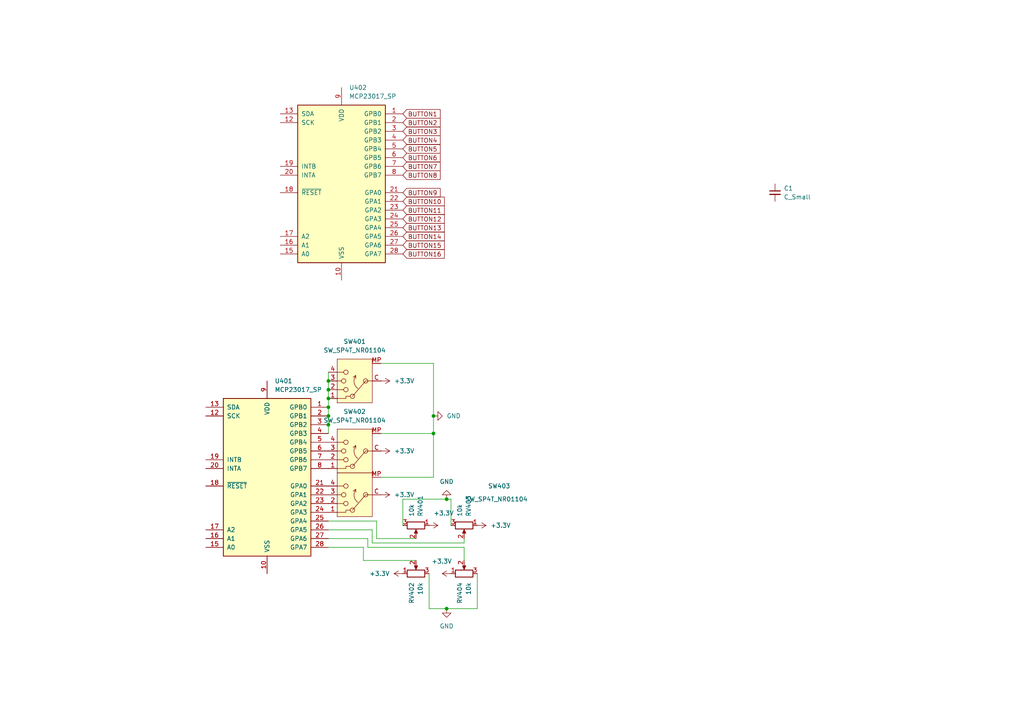
<source format=kicad_sch>
(kicad_sch (version 20231120) (generator "eeschema") (generator_version "8.0")
  (paper "A4")
  (lib_symbols
    (symbol "Device:C_Small" (pin_numbers hide) (pin_names (offset 0.254) hide)
      (property "Reference" "C" (at 0.254 1.778 0))
      (property "Value" "C_Small" (at 0.254 -2.032 0))
      (symbol "C_Small_0_1"
        (polyline (pts (xy -1.524 -0.508) (xy 1.524 -0.508)) (stroke (width 0.3302)))
        (polyline (pts (xy -1.524 0.508) (xy 1.524 0.508)) (stroke (width 0.3048)))
      )
      (symbol "C_Small_1_1"
        (pin passive line (at 0 2.54 270) (length 2.032) (name "~") (number "1"))
        (pin passive line (at 0 -2.54 90) (length 2.032) (name "~") (number "2"))
      )
    )
    (symbol "Device:R_Potentiometer" (pin_names (offset 1.016) hide)
      (property "Reference" "RV" (at -4.445 0 90))
      (property "Value" "R_Potentiometer" (at -2.54 0 90))
      (symbol "R_Potentiometer_0_1"
        (polyline (pts (xy 2.54 0) (xy 1.524 0)))
        (polyline (pts (xy 1.143 0) (xy 2.286 0.508) (xy 2.286 -0.508) (xy 1.143 0)) (fill (type outline)))
        (rectangle (start 1.016 2.54) (end -1.016 -2.54) (stroke (width 0.254)))
      )
      (symbol "R_Potentiometer_1_1"
        (pin passive line (at 0 3.81 270) (length 1.27) (name "1") (number "1"))
        (pin passive line (at 3.81 0 180) (length 1.27) (name "2") (number "2"))
        (pin passive line (at 0 -3.81 90) (length 1.27) (name "3") (number "3"))
      )
    )
    (symbol "Interface_Expansion:MCP23017_SP" (pin_names (offset 1.016))
      (property "Reference" "U" (at -11.43 24.13 0))
      (property "Value" "MCP23017_SP" (at 0 0 0))
      (symbol "MCP23017_SP_0_1"
        (rectangle (start -12.7 22.86) (end 12.7 -22.86) (stroke (width 0.254)) (fill (type background)))
      )
      (symbol "MCP23017_SP_1_1"
        (pin bidirectional line (at 17.78 20.32 180) (length 5.08) (name "GPB0") (number "1"))
        (pin power_in line (at 0 -27.94 90) (length 5.08) (name "VSS") (number "10"))
        (pin no_connect line (at -12.7 15.24 0) (length 5.08) hide (name "NC") (number "11"))
        (pin input line (at -17.78 17.78 0) (length 5.08) (name "SCK") (number "12"))
        (pin bidirectional line (at -17.78 20.32 0) (length 5.08) (name "SDA") (number "13"))
        (pin no_connect line (at -12.7 12.7 0) (length 5.08) hide (name "NC") (number "14"))
        (pin input line (at -17.78 -20.32 0) (length 5.08) (name "A0") (number "15"))
        (pin input line (at -17.78 -17.78 0) (length 5.08) (name "A1") (number "16"))
        (pin input line (at -17.78 -15.24 0) (length 5.08) (name "A2") (number "17"))
        (pin input line (at -17.78 -2.54 0) (length 5.08) (name "~{RESET}") (number "18"))
        (pin tri_state line (at -17.78 5.08 0) (length 5.08) (name "INTB") (number "19"))
        (pin bidirectional line (at 17.78 17.78 180) (length 5.08) (name "GPB1") (number "2"))
        (pin tri_state line (at -17.78 2.54 0) (length 5.08) (name "INTA") (number "20"))
        (pin bidirectional line (at 17.78 -2.54 180) (length 5.08) (name "GPA0") (number "21"))
        (pin bidirectional line (at 17.78 -5.08 180) (length 5.08) (name "GPA1") (number "22"))
        (pin bidirectional line (at 17.78 -7.62 180) (length 5.08) (name "GPA2") (number "23"))
        (pin bidirectional line (at 17.78 -10.16 180) (length 5.08) (name "GPA3") (number "24"))
        (pin bidirectional line (at 17.78 -12.7 180) (length 5.08) (name "GPA4") (number "25"))
        (pin bidirectional line (at 17.78 -15.24 180) (length 5.08) (name "GPA5") (number "26"))
        (pin bidirectional line (at 17.78 -17.78 180) (length 5.08) (name "GPA6") (number "27"))
        (pin bidirectional line (at 17.78 -20.32 180) (length 5.08) (name "GPA7") (number "28"))
        (pin bidirectional line (at 17.78 15.24 180) (length 5.08) (name "GPB2") (number "3"))
        (pin bidirectional line (at 17.78 12.7 180) (length 5.08) (name "GPB3") (number "4"))
        (pin bidirectional line (at 17.78 10.16 180) (length 5.08) (name "GPB4") (number "5"))
        (pin bidirectional line (at 17.78 7.62 180) (length 5.08) (name "GPB5") (number "6"))
        (pin bidirectional line (at 17.78 5.08 180) (length 5.08) (name "GPB6") (number "7"))
        (pin bidirectional line (at 17.78 2.54 180) (length 5.08) (name "GPB7") (number "8"))
        (pin power_in line (at 0 27.94 270) (length 5.08) (name "VDD") (number "9"))
      )
    )
    (symbol "Switch:SW_SP4T_NR01104" (pin_names hide)
      (property "Reference" "SW" (at 0 7.62 0))
      (property "Value" "SW_SP4T_NR01104" (at 0 -7.62 0))
      (symbol "SW_SP4T_NR01104_0_1"
        (circle (center -3.175 0) (radius 0.635))
        (arc (start -0.3176 -1.5875) (mid 0.154 0.449) (end -0.9526 2.2225))
        (polyline (pts (xy -5.08 0) (xy -3.175 0)))
        (polyline (pts (xy -3.175 0) (xy 0.635 4.445)))
        (polyline (pts (xy -0.3176 -1.5875) (xy -0.3176 -1.5875)))
        (polyline (pts (xy -0.3176 -1.5875) (xy -0.3176 -0.6985)))
        (polyline (pts (xy -0.3176 -1.5875) (xy 0.4444 -1.0795)))
        (polyline (pts (xy 0.3174 -1.5875) (xy 0.3174 -1.5875)))
        (polyline (pts (xy 5.08 -2.54) (xy 3.175 -2.54)))
        (polyline (pts (xy 5.08 0) (xy 3.81 0)))
        (polyline (pts (xy 5.08 2.54) (xy 3.175 2.54)))
        (polyline (pts (xy 5.08 5.08) (xy 2.54 5.08) (xy 2.54 4.445) (xy 1.27 4.445)))
        (circle (center 0.635 4.445) (radius 0.635))
        (circle (center 2.54 -2.54) (radius 0.635))
        (circle (center 2.54 2.54) (radius 0.635))
        (circle (center 3.175 0) (radius 0.635))
      )
      (symbol "SW_SP4T_NR01104_1_1"
        (polyline (pts (xy -5.08 6.35) (xy 5.08 6.35) (xy 5.08 -6.35) (xy -5.08 -6.35) (xy -5.08 6.35) (xy -5.08 6.35)) (fill (type background)))
        (pin passive line (at 7.62 5.08 180) (length 2.54) (name "1") (number "1"))
        (pin passive line (at 7.62 2.54 180) (length 2.54) (name "2") (number "2"))
        (pin passive line (at 7.62 0 180) (length 2.54) (name "3") (number "3"))
        (pin passive line (at 7.62 -2.54 180) (length 2.54) (name "4") (number "4"))
        (pin no_connect line (at 5.08 -5.08 180) (length 0) hide (name "") (number "5"))
        (pin passive line (at -7.62 0 0) (length 2.54) (name "Common") (number "C"))
        (pin passive line (at -7.62 -5.08 0) (length 2.54) (name "MP") (number "MP"))
      )
    )
    (symbol "power:+3.3V" (power) (pin_numbers hide) (pin_names (offset 0) hide)
      (property "Value" "+3.3V" (at 0 3.556 0))
      (symbol "+3.3V_0_1"
        (polyline (pts (xy -0.762 1.27) (xy 0 2.54)))
        (polyline (pts (xy 0 0) (xy 0 2.54)))
        (polyline (pts (xy 0 2.54) (xy 0.762 1.27)))
      )
      (symbol "+3.3V_1_1"
        (pin power_in line (at 0 0 90) (length 0) (name "~") (number "1"))
      )
    )
    (symbol "power:GND" (power) (pin_numbers hide) (pin_names (offset 0) hide)
      (property "Value" "GND" (at 0 -3.81 0))
      (symbol "GND_0_1"
        (polyline (pts (xy 0 0) (xy 0 -1.27) (xy 1.27 -1.27) (xy 0 -2.54) (xy -1.27 -1.27) (xy 0 -1.27)))
      )
      (symbol "GND_1_1"
        (pin power_in line (at 0 0 270) (length 0) (name "~") (number "1"))
      )
    )
  )
  (junction (at 95.25 123.19))
  (junction (at 129.54 144.78))
  (junction (at 125.73 120.65))
  (junction (at 95.25 115.57))
  (junction (at 95.25 118.11))
  (junction (at 95.25 120.65))
  (junction (at 129.54 176.53))
  (junction (at 95.25 110.49))
  (junction (at 125.73 125.73))
  (junction (at 95.25 113.03))
  (wire (pts (xy 95.25 120.65) (xy 95.25 123.19)))
  (wire (pts (xy 95.25 115.57) (xy 95.25 118.11)))
  (wire (pts (xy 129.54 144.78) (xy 130.81 144.78)))
  (wire (pts (xy 106.68 156.21) (xy 106.68 158.75)))
  (wire (pts (xy 124.46 176.53) (xy 129.54 176.53)))
  (wire (pts (xy 107.95 157.48) (xy 134.62 157.48)))
  (wire (pts (xy 95.25 158.75) (xy 105.41 158.75)))
  (wire (pts (xy 125.73 138.43) (xy 110.49 138.43)))
  (wire (pts (xy 109.22 151.13) (xy 109.22 156.21)))
  (wire (pts (xy 130.81 144.78) (xy 130.81 152.4)))
  (wire (pts (xy 134.62 157.48) (xy 134.62 156.21)))
  (wire (pts (xy 95.25 123.19) (xy 95.25 125.73)))
  (wire (pts (xy 95.25 110.49) (xy 95.25 113.03)))
  (wire (pts (xy 95.25 118.11) (xy 95.25 120.65)))
  (wire (pts (xy 109.22 156.21) (xy 120.65 156.21)))
  (wire (pts (xy 125.73 105.41) (xy 125.73 120.65)))
  (wire (pts (xy 129.54 176.53) (xy 138.43 176.53)))
  (wire (pts (xy 107.95 153.67) (xy 107.95 157.48)))
  (wire (pts (xy 116.84 152.4) (xy 116.84 144.78)))
  (wire (pts (xy 125.73 125.73) (xy 125.73 138.43)))
  (wire (pts (xy 124.46 166.37) (xy 124.46 176.53)))
  (wire (pts (xy 95.25 153.67) (xy 107.95 153.67)))
  (wire (pts (xy 134.62 158.75) (xy 134.62 162.56)))
  (wire (pts (xy 105.41 162.56) (xy 120.65 162.56)))
  (wire (pts (xy 95.25 107.95) (xy 95.25 110.49)))
  (wire (pts (xy 125.73 120.65) (xy 125.73 125.73)))
  (wire (pts (xy 116.84 144.78) (xy 129.54 144.78)))
  (wire (pts (xy 95.25 113.03) (xy 95.25 115.57)))
  (wire (pts (xy 106.68 158.75) (xy 134.62 158.75)))
  (wire (pts (xy 105.41 158.75) (xy 105.41 162.56)))
  (wire (pts (xy 95.25 156.21) (xy 106.68 156.21)))
  (wire (pts (xy 95.25 151.13) (xy 109.22 151.13)))
  (wire (pts (xy 125.73 125.73) (xy 110.49 125.73)))
  (wire (pts (xy 138.43 166.37) (xy 138.43 176.53)))
  (wire (pts (xy 110.49 105.41) (xy 125.73 105.41)))
  (global_label "BUTTON6" (shape input) (at 116.84 45.72 0) (property "Intersheetrefs" "${INTERSHEET_REFS}" (effects (hide yes))))
  (global_label "BUTTON8" (shape input) (at 116.84 50.8 0) (property "Intersheetrefs" "${INTERSHEET_REFS}" (effects (hide yes))))
  (global_label "BUTTON3" (shape input) (at 116.84 38.1 0) (property "Intersheetrefs" "${INTERSHEET_REFS}" (effects (hide yes))))
  (global_label "BUTTON9" (shape input) (at 116.84 55.88 0) (property "Intersheetrefs" "${INTERSHEET_REFS}" (effects (hide yes))))
  (global_label "BUTTON15" (shape input) (at 116.84 71.12 0) (property "Intersheetrefs" "${INTERSHEET_REFS}" (effects (hide yes))))
  (global_label "BUTTON16" (shape input) (at 116.84 73.66 0) (property "Intersheetrefs" "${INTERSHEET_REFS}" (effects (hide yes))))
  (global_label "BUTTON12" (shape input) (at 116.84 63.5 0) (property "Intersheetrefs" "${INTERSHEET_REFS}" (effects (hide yes))))
  (global_label "BUTTON5" (shape input) (at 116.84 43.18 0) (property "Intersheetrefs" "${INTERSHEET_REFS}" (effects (hide yes))))
  (global_label "BUTTON4" (shape input) (at 116.84 40.64 0) (property "Intersheetrefs" "${INTERSHEET_REFS}" (effects (hide yes))))
  (global_label "BUTTON7" (shape input) (at 116.84 48.26 0) (property "Intersheetrefs" "${INTERSHEET_REFS}" (effects (hide yes))))
  (global_label "BUTTON10" (shape input) (at 116.84 58.42 0) (property "Intersheetrefs" "${INTERSHEET_REFS}" (effects (hide yes))))
  (global_label "BUTTON14" (shape input) (at 116.84 68.58 0) (property "Intersheetrefs" "${INTERSHEET_REFS}" (effects (hide yes))))
  (global_label "BUTTON13" (shape input) (at 116.84 66.04 0) (property "Intersheetrefs" "${INTERSHEET_REFS}" (effects (hide yes))))
  (global_label "BUTTON2" (shape input) (at 116.84 35.56 0) (property "Intersheetrefs" "${INTERSHEET_REFS}" (effects (hide yes))))
  (global_label "BUTTON11" (shape input) (at 116.84 60.96 0) (property "Intersheetrefs" "${INTERSHEET_REFS}" (effects (hide yes))))
  (global_label "BUTTON1" (shape input) (at 116.84 33.02 0) (property "Intersheetrefs" "${INTERSHEET_REFS}" (effects (hide yes))))
  (symbol (lib_id "power:GND") (at 129.54 176.53 0) (unit 1)
    (property "Reference" "#PWR0408" (effects (hide yes)))
    (property "Value" "GND" (at 129.54 181.61 0))
    (property "Description" "Power symbol creates a global label with name \"GND\" , ground" (effects (hide yes)))
  )
  (symbol (lib_id "Interface_Expansion:MCP23017_SP") (at 99.06 53.34 0) (unit 1)
    (property "Reference" "U402" (at 101.2541 25.4 0) (effects (justify left)))
    (property "Value" "MCP23017_SP" (at 101.2541 27.94 0) (effects (justify left)))
    (property "Footprint" "Package_DIP:DIP-28_W7.62mm" (effects (hide yes)))
    (property "Datasheet" "http://ww1.microchip.com/downloads/en/DeviceDoc/20001952C.pdf" (effects (hide yes)))
    (property "Description" "16-bit I/O expander, I2C, interrupts, w pull-ups, SPDIP-28" (effects (hide yes)))
  )
  (symbol (lib_id "Device:R_Potentiometer") (at 120.65 166.37 90) (unit 1)
    (property "Reference" "RV402" (at 119.3799 168.91 0) (effects (justify right)))
    (property "Value" "10k" (at 121.9199 168.91 0) (effects (justify right)))
    (property "Description" "Potentiometer" (effects (hide yes)))
  )
  (symbol (lib_id "power:+3.3V") (at 110.49 143.51 270) (unit 1)
    (property "Reference" "#PWR0403" (effects (hide yes)))
    (property "Value" "+3.3V" (at 114.3 143.5099 90) (effects (justify left)))
    (property "Description" "Power symbol creates a global label with name \"+3.3V\"" (effects (hide yes)))
  )
  (symbol (lib_id "power:+3.3V") (at 110.49 110.49 270) (unit 1)
    (property "Reference" "#PWR0401" (effects (hide yes)))
    (property "Value" "+3.3V" (at 114.3 110.4901 90) (effects (justify left)))
    (property "Description" "Power symbol creates a global label with name \"+3.3V\"" (effects (hide yes)))
  )
  (symbol (lib_id "Interface_Expansion:MCP23017_SP") (at 77.47 138.43 0) (unit 1)
    (property "Reference" "U401" (at 79.6641 110.49 0) (effects (justify left)))
    (property "Value" "MCP23017_SP" (at 79.6641 113.03 0) (effects (justify left)))
    (property "Footprint" "Package_DIP:DIP-28_W7.62mm" (effects (hide yes)))
    (property "Datasheet" "http://ww1.microchip.com/downloads/en/DeviceDoc/20001952C.pdf" (effects (hide yes)))
    (property "Description" "16-bit I/O expander, I2C, interrupts, w pull-ups, SPDIP-28" (effects (hide yes)))
  )
  (symbol (lib_id "Device:R_Potentiometer") (at 134.62 166.37 90) (unit 1)
    (property "Reference" "RV404" (at 133.3499 168.91 0) (effects (justify right)))
    (property "Value" "10k" (at 135.8899 168.91 0) (effects (justify right)))
    (property "Description" "Potentiometer" (effects (hide yes)))
  )
  (symbol (lib_id "power:+3.3V") (at 110.49 130.81 270) (unit 1)
    (property "Reference" "#PWR0402" (effects (hide yes)))
    (property "Value" "+3.3V" (at 114.3 130.8099 90) (effects (justify left)))
    (property "Description" "Power symbol creates a global label with name \"+3.3V\"" (effects (hide yes)))
  )
  (symbol (lib_id "power:+3.3V") (at 130.81 166.37 90) (unit 1)
    (property "Reference" "#PWR0409" (effects (hide yes)))
    (property "Value" "+3.3V" (at 131.064 162.814 90) (effects (justify left)))
    (property "Description" "Power symbol creates a global label with name \"+3.3V\"" (effects (hide yes)))
  )
  (symbol (lib_id "Switch:SW_SP4T_NR01104") (at 102.87 143.51 180) (unit 1)
    (property "Reference" "SW403" (at 144.78 140.97 0))
    (property "Value" "SW_SP4T_NR01104" (at 144.018 144.78 0))
    (property "Footprint" "Button_Switch_THT:SW_NKK_NR01" (effects (hide yes)))
    (property "Datasheet" "https://www.nkkswitches.com/pdf/NR01%20Rotaries.pdf" (effects (hide yes)))
    (property "Description" "NKK Switches NR01 Series rotary SP4T switch" (effects (hide yes)))
  )
  (symbol (lib_id "power:+3.3V") (at 124.46 152.4 270) (unit 1)
    (property "Reference" "#PWR0405" (effects (hide yes)))
    (property "Value" "+3.3V" (at 125.73 148.844 90) (effects (justify left)))
    (property "Description" "Power symbol creates a global label with name \"+3.3V\"" (effects (hide yes)))
  )
  (symbol (lib_id "Switch:SW_SP4T_NR01104") (at 102.87 110.49 180) (unit 1)
    (property "Reference" "SW401" (at 102.87 99.06 0))
    (property "Value" "SW_SP4T_NR01104" (at 102.87 101.6 0))
    (property "Footprint" "Button_Switch_THT:SW_NKK_NR01" (effects (hide yes)))
    (property "Datasheet" "https://www.nkkswitches.com/pdf/NR01%20Rotaries.pdf" (effects (hide yes)))
    (property "Description" "NKK Switches NR01 Series rotary SP4T switch" (effects (hide yes)))
  )
  (symbol (lib_id "Device:R_Potentiometer") (at 134.62 152.4 270) (unit 1)
    (property "Reference" "RV403" (at 135.8901 149.86 0) (effects (justify right)))
    (property "Value" "10k" (at 133.3501 149.86 0) (effects (justify right)))
    (property "Description" "Potentiometer" (effects (hide yes)))
  )
  (symbol (lib_id "Switch:SW_SP4T_NR01104") (at 102.87 130.81 180) (unit 1)
    (property "Reference" "SW402" (at 102.87 119.38 0))
    (property "Value" "SW_SP4T_NR01104" (at 102.87 121.92 0))
    (property "Footprint" "Button_Switch_THT:SW_NKK_NR01" (effects (hide yes)))
    (property "Datasheet" "https://www.nkkswitches.com/pdf/NR01%20Rotaries.pdf" (effects (hide yes)))
    (property "Description" "NKK Switches NR01 Series rotary SP4T switch" (effects (hide yes)))
  )
  (symbol (lib_id "power:+3.3V") (at 138.43 152.4 270) (unit 1)
    (property "Reference" "#PWR0410" (effects (hide yes)))
    (property "Value" "+3.3V" (at 142.24 152.3999 90) (effects (justify left)))
    (property "Description" "Power symbol creates a global label with name \"+3.3V\"" (effects (hide yes)))
  )
  (symbol (lib_id "power:GND") (at 129.54 144.78 180) (unit 1)
    (property "Reference" "#PWR0407" (effects (hide yes)))
    (property "Value" "GND" (at 129.54 139.7 0))
    (property "Description" "Power symbol creates a global label with name \"GND\" , ground" (effects (hide yes)))
  )
  (symbol (lib_id "Device:C_Small") (at 224.79 55.88 0) (unit 1)
    (property "Reference" "C1" (at 227.33 54.6162 0) (effects (justify left)))
    (property "Value" "C_Small" (at 227.33 57.1562 0) (effects (justify left)))
    (property "Description" "Unpolarized capacitor, small symbol" (effects (hide yes)))
  )
  (symbol (lib_id "power:GND") (at 125.73 120.65 90) (unit 1)
    (property "Reference" "#PWR0406" (effects (hide yes)))
    (property "Value" "GND" (at 129.54 120.6501 90) (effects (justify right)))
    (property "Description" "Power symbol creates a global label with name \"GND\" , ground" (effects (hide yes)))
  )
  (symbol (lib_id "power:+3.3V") (at 116.84 166.37 90) (unit 1)
    (property "Reference" "#PWR0404" (effects (hide yes)))
    (property "Value" "+3.3V" (at 113.03 166.3699 90) (effects (justify left)))
    (property "Description" "Power symbol creates a global label with name \"+3.3V\"" (effects (hide yes)))
  )
  (symbol (lib_id "Device:R_Potentiometer") (at 120.65 152.4 270) (unit 1)
    (property "Reference" "RV401" (at 121.9201 149.86 0) (effects (justify right)))
    (property "Value" "10k" (at 119.3801 149.86 0) (effects (justify right)))
    (property "Description" "Potentiometer" (effects (hide yes)))
  )
)
</source>
